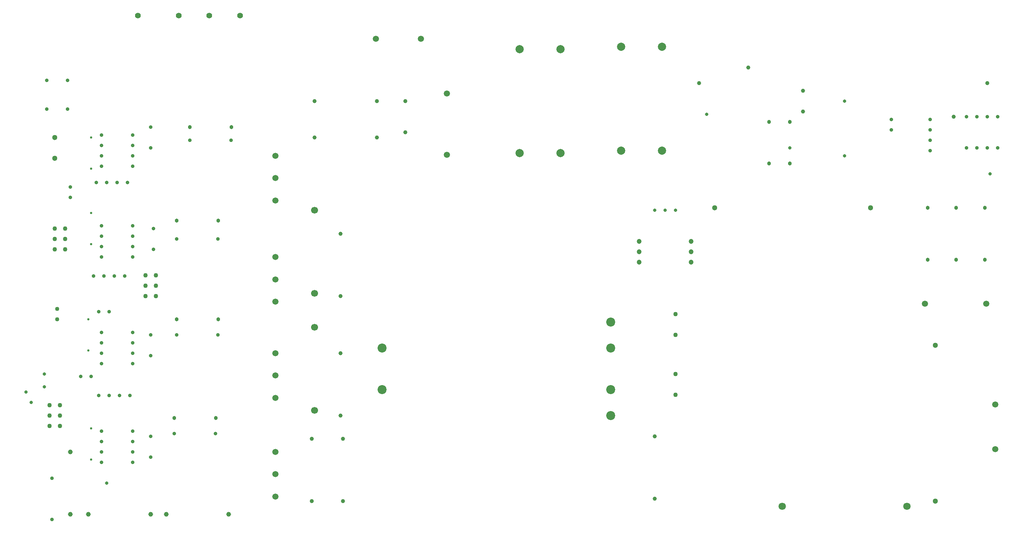
<source format=gbr>
%TF.GenerationSoftware,Novarm,DipTrace,3.3.1.3*%
%TF.CreationDate,2020-09-22T12:08:31+00:00*%
%FSLAX35Y35*%
%MOMM*%
%TF.FileFunction,Plated,1,2,PTH,Drill*%
%TF.Part,Single*%
%TA.AperFunction,ComponentDrill*%
%ADD15C,1.8*%
%ADD17C,1.5*%
%ADD19C,1.2*%
%ADD22C,2.0*%
%ADD23C,1.3*%
%ADD25C,1.0*%
%TA.AperFunction,ViaDrill*%
%ADD47C,1.0*%
%TA.AperFunction,ComponentDrill*%
%ADD70C,0.8*%
%ADD74C,0.9*%
%ADD75C,1.397*%
%ADD76C,1.1*%
%ADD77C,1.02*%
%ADD78C,1.7*%
%ADD79C,0.96533*%
%ADD80C,0.965*%
%ADD81C,0.55867*%
%ADD82C,0.559*%
%ADD83C,1.16833*%
%ADD84C,1.168*%
%ADD85C,2.2*%
%TA.AperFunction,ViaDrill*%
%ADD164C,0.8*%
G75*
G01*
D22*
X12382500Y9207500D3*
X13382500D3*
X14859000Y9271000D3*
X15859000D3*
D25*
X7366000Y10477500D3*
X8890000D3*
X7366000Y9588500D3*
X8890000D3*
D74*
X3365500Y2286000D3*
Y1778000D3*
Y4762500D3*
Y4254500D3*
Y9842500D3*
Y9334500D3*
X3429000Y7366000D3*
Y6858000D3*
X1905000Y3746500D3*
X1651000D3*
X1397000Y8382000D3*
Y8128000D3*
X2349500Y5334000D3*
X2095500D3*
D23*
X22542500Y4508500D3*
Y698500D3*
X17145000Y7874000D3*
X20955000D3*
D74*
X1333500Y10985500D3*
X825500D3*
X1333500Y10287000D3*
X825500D3*
X21463000Y9779000D3*
Y10033000D3*
D25*
X7302500Y698500D3*
Y2222500D3*
X8001000Y4318000D3*
Y2794000D3*
Y7239000D3*
Y5715000D3*
X15684500Y762000D3*
Y2286000D3*
X8064500Y698500D3*
Y2222500D3*
D22*
X14859000Y11811000D3*
X15859000D3*
X12382500Y11747500D3*
X13382500D3*
D74*
X4318000Y9525000D3*
X5328000D3*
X4000500Y7112000D3*
X5010500D3*
X3937000Y2349500D3*
X4947000D3*
X4000500Y4762500D3*
X5010500D3*
D75*
X3048000Y12573000D3*
X4048760D3*
X4798060D3*
X5547400D3*
D76*
X16192500Y5270500D3*
Y4762500D3*
Y3810000D3*
Y3302000D3*
D74*
X952500Y254000D3*
Y1264000D3*
D17*
X22288500Y5524500D3*
X23788500D3*
X10604500Y10668000D3*
Y9168000D3*
X24003000Y1968500D3*
Y3068500D3*
D76*
X1270000Y7366000D3*
X1016000D3*
X1270000Y7112000D3*
X1016000D3*
X1270000Y6858000D3*
X1016000D3*
X3492500Y6223000D3*
X3238500D3*
X3492500Y5969000D3*
X3238500D3*
X3492500Y5715000D3*
X3238500D3*
D23*
X1016000Y9080500D3*
Y9588500D3*
D77*
X1079500Y5143500D3*
Y5397500D3*
D17*
X9969500Y12001500D3*
X8869500D3*
D76*
X1143000Y3048000D3*
X889000D3*
X1143000Y2794000D3*
X889000D3*
X1143000Y2540000D3*
X889000D3*
D15*
X18796000Y571500D3*
X21844000D3*
D17*
X6413500Y9144000D3*
Y8599000D3*
Y8053000D3*
Y6667500D3*
Y6122500D3*
Y5576500D3*
Y1905000D3*
Y1360000D3*
Y814000D3*
Y4318000D3*
Y3773000D3*
Y3227000D3*
D78*
X7366000Y5778500D3*
Y7810500D3*
Y2921000D3*
Y4953000D3*
D79*
X4953000Y2730500D3*
D80*
X3937000D3*
D79*
X5016500Y5143500D3*
D80*
X4000500D3*
D79*
X5334000Y9842500D3*
D80*
X4318000D3*
D79*
X5016500Y7556500D3*
D80*
X4000500D3*
D79*
X22352000Y6604000D3*
D80*
Y7874000D3*
D79*
X23050500Y6604000D3*
D80*
Y7874000D3*
D79*
X23749000Y6604000D3*
D80*
Y7874000D3*
D79*
X18986500Y8953500D3*
D80*
Y9969500D3*
D79*
X18478500Y8953500D3*
D80*
Y9969500D3*
D25*
X9588500Y10477500D3*
Y9715500D3*
D81*
X1905000Y1714500D3*
D82*
Y2476500D3*
D81*
X1841500Y4381500D3*
D82*
Y5143500D3*
D81*
X1905000Y9588500D3*
D82*
Y8826500D3*
D81*
Y6985000D3*
D82*
Y7747000D3*
D83*
X5270500Y381000D3*
D84*
X3746500D3*
D83*
X3365500D3*
D84*
X1841500D3*
D83*
X1397000D3*
D84*
Y1905000D3*
D85*
X14605000Y4445000D3*
Y3429000D3*
Y2794000D3*
Y5080000D3*
X9017000Y3429000D3*
Y4445000D3*
D74*
X2095500Y3281000D3*
X2349500D3*
X2603500D3*
X2857500D3*
X2032000Y8488000D3*
X2286000D3*
X2540000D3*
X2794000D3*
X1968500Y6202000D3*
X2222500D3*
X2476500D3*
X2730500D3*
D19*
X15303500Y7048500D3*
Y6794500D3*
Y6540500D3*
X16573500Y7048500D3*
Y6794500D3*
Y6540500D3*
D70*
X15684500Y7810500D3*
X15938500D3*
X16192500D3*
D74*
X22415500Y10033000D3*
Y9779000D3*
Y9525000D3*
Y9271000D3*
X2159000Y1651000D3*
Y1905000D3*
Y2159000D3*
Y2413000D3*
X2921000D3*
Y2159000D3*
Y1905000D3*
Y1651000D3*
X2159000Y4064000D3*
Y4318000D3*
Y4572000D3*
Y4826000D3*
X2921000D3*
Y4572000D3*
Y4318000D3*
Y4064000D3*
X2159000Y8890000D3*
Y9144000D3*
Y9398000D3*
Y9652000D3*
X2921000D3*
Y9398000D3*
Y9144000D3*
Y8890000D3*
X2159000Y6667500D3*
Y6921500D3*
Y7175500D3*
Y7429500D3*
X2921000D3*
Y7175500D3*
Y6921500D3*
Y6667500D3*
X24066500Y9334500D3*
X23812500D3*
X23558500D3*
X23304500D3*
Y10096500D3*
X23558500D3*
X23812500D3*
X24066500D3*
D164*
X23876000Y8699500D3*
X16954500Y10160000D3*
X20320000Y9144000D3*
X18986500Y9334500D3*
X762000Y3810000D3*
X317500Y3365500D3*
X762000Y3492500D3*
X444500Y3111500D3*
X2286000Y1143000D3*
D47*
X23812500Y10922000D3*
X19304000Y10223500D3*
Y10731500D3*
X22987000Y10096500D3*
X17970500Y11303000D3*
X16764000Y10922000D3*
D164*
X20320000Y10477500D3*
M02*

</source>
